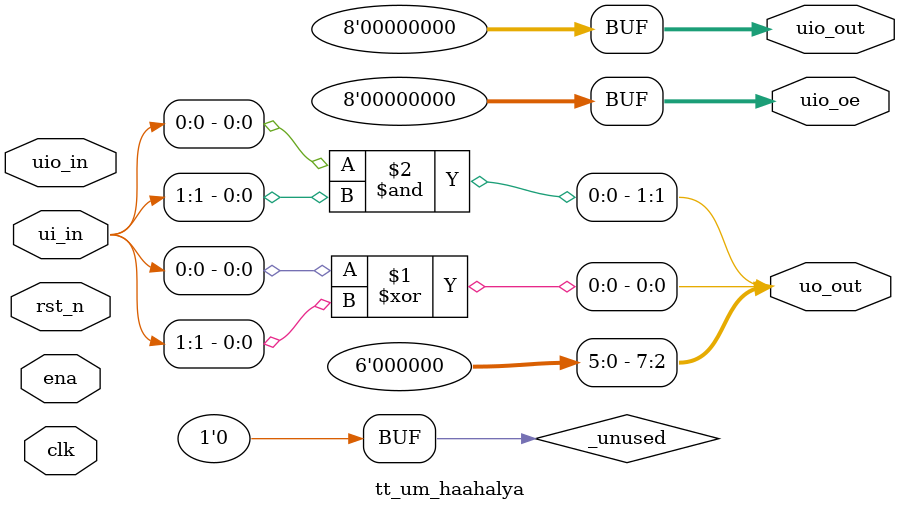
<source format=v>
/*
 * Copyright (c) 2024 Your Name
 * SPDX-License-Identifier: Apache-2.0
 */

`default_nettype none

module tt_um_haahalya (
    input  wire [7:0] ui_in,    // Dedicated inputs
    output wire [7:0] uo_out,   // Dedicated outputs
    input  wire [7:0] uio_in,   // IOs: Input path
    output wire [7:0] uio_out,  // IOs: Output path
    output wire [7:0] uio_oe,   // IOs: Enable path (active high: 0=input, 1=output)
    input  wire       ena,      // always 1 when the design is powered, so you can ignore it
    input  wire       clk,      // clock
    input  wire       rst_n     // reset_n - low to reset
);

  // All output pins must be assigned. If not used, assign to 0.
  //assign uo_out  = ui_in + uio_in;  // Example: ou_out is the sum of ui_in and uio_in
    assign uo_out[0] = ui_in[0] ^ ui_in[1];
    assign uo_out[1] = ui_in[0] & ui_in[1];
  assign uio_out = 0;
  assign uio_oe  = 0;
    assign uo_out[7:2]=6'b0;

  // List all unused inputs to prevent warnings
    wire _unused = &{ena, clk, rst_n, 1'b0};

endmodule

</source>
